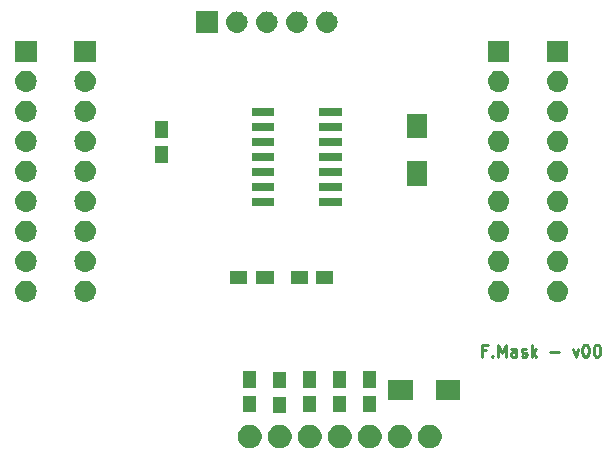
<source format=gbr>
G04 #@! TF.GenerationSoftware,KiCad,Pcbnew,(5.1.0)-1*
G04 #@! TF.CreationDate,2019-06-24T11:41:26+02:00*
G04 #@! TF.ProjectId,RF_433MHz_Receiver,52465f34-3333-44d4-987a-5f5265636569,00*
G04 #@! TF.SameCoordinates,Original*
G04 #@! TF.FileFunction,Soldermask,Top*
G04 #@! TF.FilePolarity,Negative*
%FSLAX46Y46*%
G04 Gerber Fmt 4.6, Leading zero omitted, Abs format (unit mm)*
G04 Created by KiCad (PCBNEW (5.1.0)-1) date 2019-06-24 11:41:26*
%MOMM*%
%LPD*%
G04 APERTURE LIST*
%ADD10C,0.250000*%
%ADD11C,0.100000*%
G04 APERTURE END LIST*
D10*
X93956142Y-80340571D02*
X93622809Y-80340571D01*
X93622809Y-80864380D02*
X93622809Y-79864380D01*
X94099000Y-79864380D01*
X94479952Y-80769142D02*
X94527571Y-80816761D01*
X94479952Y-80864380D01*
X94432333Y-80816761D01*
X94479952Y-80769142D01*
X94479952Y-80864380D01*
X94956142Y-80864380D02*
X94956142Y-79864380D01*
X95289476Y-80578666D01*
X95622809Y-79864380D01*
X95622809Y-80864380D01*
X96527571Y-80864380D02*
X96527571Y-80340571D01*
X96479952Y-80245333D01*
X96384714Y-80197714D01*
X96194238Y-80197714D01*
X96099000Y-80245333D01*
X96527571Y-80816761D02*
X96432333Y-80864380D01*
X96194238Y-80864380D01*
X96099000Y-80816761D01*
X96051380Y-80721523D01*
X96051380Y-80626285D01*
X96099000Y-80531047D01*
X96194238Y-80483428D01*
X96432333Y-80483428D01*
X96527571Y-80435809D01*
X96956142Y-80816761D02*
X97051380Y-80864380D01*
X97241857Y-80864380D01*
X97337095Y-80816761D01*
X97384714Y-80721523D01*
X97384714Y-80673904D01*
X97337095Y-80578666D01*
X97241857Y-80531047D01*
X97099000Y-80531047D01*
X97003761Y-80483428D01*
X96956142Y-80388190D01*
X96956142Y-80340571D01*
X97003761Y-80245333D01*
X97099000Y-80197714D01*
X97241857Y-80197714D01*
X97337095Y-80245333D01*
X97813285Y-80864380D02*
X97813285Y-79864380D01*
X97908523Y-80483428D02*
X98194238Y-80864380D01*
X98194238Y-80197714D02*
X97813285Y-80578666D01*
X99384714Y-80483428D02*
X100146619Y-80483428D01*
X101289476Y-80197714D02*
X101527571Y-80864380D01*
X101765666Y-80197714D01*
X102337095Y-79864380D02*
X102432333Y-79864380D01*
X102527571Y-79912000D01*
X102575190Y-79959619D01*
X102622809Y-80054857D01*
X102670428Y-80245333D01*
X102670428Y-80483428D01*
X102622809Y-80673904D01*
X102575190Y-80769142D01*
X102527571Y-80816761D01*
X102432333Y-80864380D01*
X102337095Y-80864380D01*
X102241857Y-80816761D01*
X102194238Y-80769142D01*
X102146619Y-80673904D01*
X102099000Y-80483428D01*
X102099000Y-80245333D01*
X102146619Y-80054857D01*
X102194238Y-79959619D01*
X102241857Y-79912000D01*
X102337095Y-79864380D01*
X103289476Y-79864380D02*
X103384714Y-79864380D01*
X103479952Y-79912000D01*
X103527571Y-79959619D01*
X103575190Y-80054857D01*
X103622809Y-80245333D01*
X103622809Y-80483428D01*
X103575190Y-80673904D01*
X103527571Y-80769142D01*
X103479952Y-80816761D01*
X103384714Y-80864380D01*
X103289476Y-80864380D01*
X103194238Y-80816761D01*
X103146619Y-80769142D01*
X103099000Y-80673904D01*
X103051380Y-80483428D01*
X103051380Y-80245333D01*
X103099000Y-80054857D01*
X103146619Y-79959619D01*
X103194238Y-79912000D01*
X103289476Y-79864380D01*
D11*
G36*
X89380285Y-86652234D02*
G01*
X89476981Y-86671468D01*
X89659151Y-86746926D01*
X89823100Y-86856473D01*
X89962527Y-86995900D01*
X90072074Y-87159849D01*
X90147532Y-87342019D01*
X90186000Y-87535410D01*
X90186000Y-87732590D01*
X90147532Y-87925981D01*
X90072074Y-88108151D01*
X89962527Y-88272100D01*
X89823100Y-88411527D01*
X89659151Y-88521074D01*
X89476981Y-88596532D01*
X89380285Y-88615766D01*
X89283591Y-88635000D01*
X89086409Y-88635000D01*
X88989715Y-88615766D01*
X88893019Y-88596532D01*
X88710849Y-88521074D01*
X88546900Y-88411527D01*
X88407473Y-88272100D01*
X88297926Y-88108151D01*
X88222468Y-87925981D01*
X88184000Y-87732590D01*
X88184000Y-87535410D01*
X88222468Y-87342019D01*
X88297926Y-87159849D01*
X88407473Y-86995900D01*
X88546900Y-86856473D01*
X88710849Y-86746926D01*
X88893019Y-86671468D01*
X88989715Y-86652234D01*
X89086409Y-86633000D01*
X89283591Y-86633000D01*
X89380285Y-86652234D01*
X89380285Y-86652234D01*
G37*
G36*
X86840285Y-86652234D02*
G01*
X86936981Y-86671468D01*
X87119151Y-86746926D01*
X87283100Y-86856473D01*
X87422527Y-86995900D01*
X87532074Y-87159849D01*
X87607532Y-87342019D01*
X87646000Y-87535410D01*
X87646000Y-87732590D01*
X87607532Y-87925981D01*
X87532074Y-88108151D01*
X87422527Y-88272100D01*
X87283100Y-88411527D01*
X87119151Y-88521074D01*
X86936981Y-88596532D01*
X86840285Y-88615766D01*
X86743591Y-88635000D01*
X86546409Y-88635000D01*
X86449715Y-88615766D01*
X86353019Y-88596532D01*
X86170849Y-88521074D01*
X86006900Y-88411527D01*
X85867473Y-88272100D01*
X85757926Y-88108151D01*
X85682468Y-87925981D01*
X85644000Y-87732590D01*
X85644000Y-87535410D01*
X85682468Y-87342019D01*
X85757926Y-87159849D01*
X85867473Y-86995900D01*
X86006900Y-86856473D01*
X86170849Y-86746926D01*
X86353019Y-86671468D01*
X86449715Y-86652234D01*
X86546409Y-86633000D01*
X86743591Y-86633000D01*
X86840285Y-86652234D01*
X86840285Y-86652234D01*
G37*
G36*
X84300285Y-86652234D02*
G01*
X84396981Y-86671468D01*
X84579151Y-86746926D01*
X84743100Y-86856473D01*
X84882527Y-86995900D01*
X84992074Y-87159849D01*
X85067532Y-87342019D01*
X85106000Y-87535410D01*
X85106000Y-87732590D01*
X85067532Y-87925981D01*
X84992074Y-88108151D01*
X84882527Y-88272100D01*
X84743100Y-88411527D01*
X84579151Y-88521074D01*
X84396981Y-88596532D01*
X84300285Y-88615766D01*
X84203591Y-88635000D01*
X84006409Y-88635000D01*
X83909715Y-88615766D01*
X83813019Y-88596532D01*
X83630849Y-88521074D01*
X83466900Y-88411527D01*
X83327473Y-88272100D01*
X83217926Y-88108151D01*
X83142468Y-87925981D01*
X83104000Y-87732590D01*
X83104000Y-87535410D01*
X83142468Y-87342019D01*
X83217926Y-87159849D01*
X83327473Y-86995900D01*
X83466900Y-86856473D01*
X83630849Y-86746926D01*
X83813019Y-86671468D01*
X83909715Y-86652234D01*
X84006409Y-86633000D01*
X84203591Y-86633000D01*
X84300285Y-86652234D01*
X84300285Y-86652234D01*
G37*
G36*
X81760285Y-86652234D02*
G01*
X81856981Y-86671468D01*
X82039151Y-86746926D01*
X82203100Y-86856473D01*
X82342527Y-86995900D01*
X82452074Y-87159849D01*
X82527532Y-87342019D01*
X82566000Y-87535410D01*
X82566000Y-87732590D01*
X82527532Y-87925981D01*
X82452074Y-88108151D01*
X82342527Y-88272100D01*
X82203100Y-88411527D01*
X82039151Y-88521074D01*
X81856981Y-88596532D01*
X81760285Y-88615766D01*
X81663591Y-88635000D01*
X81466409Y-88635000D01*
X81369715Y-88615766D01*
X81273019Y-88596532D01*
X81090849Y-88521074D01*
X80926900Y-88411527D01*
X80787473Y-88272100D01*
X80677926Y-88108151D01*
X80602468Y-87925981D01*
X80564000Y-87732590D01*
X80564000Y-87535410D01*
X80602468Y-87342019D01*
X80677926Y-87159849D01*
X80787473Y-86995900D01*
X80926900Y-86856473D01*
X81090849Y-86746926D01*
X81273019Y-86671468D01*
X81369715Y-86652234D01*
X81466409Y-86633000D01*
X81663591Y-86633000D01*
X81760285Y-86652234D01*
X81760285Y-86652234D01*
G37*
G36*
X76680285Y-86652234D02*
G01*
X76776981Y-86671468D01*
X76959151Y-86746926D01*
X77123100Y-86856473D01*
X77262527Y-86995900D01*
X77372074Y-87159849D01*
X77447532Y-87342019D01*
X77486000Y-87535410D01*
X77486000Y-87732590D01*
X77447532Y-87925981D01*
X77372074Y-88108151D01*
X77262527Y-88272100D01*
X77123100Y-88411527D01*
X76959151Y-88521074D01*
X76776981Y-88596532D01*
X76680285Y-88615766D01*
X76583591Y-88635000D01*
X76386409Y-88635000D01*
X76289715Y-88615766D01*
X76193019Y-88596532D01*
X76010849Y-88521074D01*
X75846900Y-88411527D01*
X75707473Y-88272100D01*
X75597926Y-88108151D01*
X75522468Y-87925981D01*
X75484000Y-87732590D01*
X75484000Y-87535410D01*
X75522468Y-87342019D01*
X75597926Y-87159849D01*
X75707473Y-86995900D01*
X75846900Y-86856473D01*
X76010849Y-86746926D01*
X76193019Y-86671468D01*
X76289715Y-86652234D01*
X76386409Y-86633000D01*
X76583591Y-86633000D01*
X76680285Y-86652234D01*
X76680285Y-86652234D01*
G37*
G36*
X79220285Y-86652234D02*
G01*
X79316981Y-86671468D01*
X79499151Y-86746926D01*
X79663100Y-86856473D01*
X79802527Y-86995900D01*
X79912074Y-87159849D01*
X79987532Y-87342019D01*
X80026000Y-87535410D01*
X80026000Y-87732590D01*
X79987532Y-87925981D01*
X79912074Y-88108151D01*
X79802527Y-88272100D01*
X79663100Y-88411527D01*
X79499151Y-88521074D01*
X79316981Y-88596532D01*
X79220285Y-88615766D01*
X79123591Y-88635000D01*
X78926409Y-88635000D01*
X78829715Y-88615766D01*
X78733019Y-88596532D01*
X78550849Y-88521074D01*
X78386900Y-88411527D01*
X78247473Y-88272100D01*
X78137926Y-88108151D01*
X78062468Y-87925981D01*
X78024000Y-87732590D01*
X78024000Y-87535410D01*
X78062468Y-87342019D01*
X78137926Y-87159849D01*
X78247473Y-86995900D01*
X78386900Y-86856473D01*
X78550849Y-86746926D01*
X78733019Y-86671468D01*
X78829715Y-86652234D01*
X78926409Y-86633000D01*
X79123591Y-86633000D01*
X79220285Y-86652234D01*
X79220285Y-86652234D01*
G37*
G36*
X74140285Y-86652234D02*
G01*
X74236981Y-86671468D01*
X74419151Y-86746926D01*
X74583100Y-86856473D01*
X74722527Y-86995900D01*
X74832074Y-87159849D01*
X74907532Y-87342019D01*
X74946000Y-87535410D01*
X74946000Y-87732590D01*
X74907532Y-87925981D01*
X74832074Y-88108151D01*
X74722527Y-88272100D01*
X74583100Y-88411527D01*
X74419151Y-88521074D01*
X74236981Y-88596532D01*
X74140285Y-88615766D01*
X74043591Y-88635000D01*
X73846409Y-88635000D01*
X73749715Y-88615766D01*
X73653019Y-88596532D01*
X73470849Y-88521074D01*
X73306900Y-88411527D01*
X73167473Y-88272100D01*
X73057926Y-88108151D01*
X72982468Y-87925981D01*
X72944000Y-87732590D01*
X72944000Y-87535410D01*
X72982468Y-87342019D01*
X73057926Y-87159849D01*
X73167473Y-86995900D01*
X73306900Y-86856473D01*
X73470849Y-86746926D01*
X73653019Y-86671468D01*
X73749715Y-86652234D01*
X73846409Y-86633000D01*
X74043591Y-86633000D01*
X74140285Y-86652234D01*
X74140285Y-86652234D01*
G37*
G36*
X77036000Y-85655000D02*
G01*
X75934000Y-85655000D01*
X75934000Y-84253000D01*
X77036000Y-84253000D01*
X77036000Y-85655000D01*
X77036000Y-85655000D01*
G37*
G36*
X79576000Y-85575000D02*
G01*
X78474000Y-85575000D01*
X78474000Y-84173000D01*
X79576000Y-84173000D01*
X79576000Y-85575000D01*
X79576000Y-85575000D01*
G37*
G36*
X84656000Y-85575000D02*
G01*
X83554000Y-85575000D01*
X83554000Y-84173000D01*
X84656000Y-84173000D01*
X84656000Y-85575000D01*
X84656000Y-85575000D01*
G37*
G36*
X82116000Y-85575000D02*
G01*
X81014000Y-85575000D01*
X81014000Y-84173000D01*
X82116000Y-84173000D01*
X82116000Y-85575000D01*
X82116000Y-85575000D01*
G37*
G36*
X74496000Y-85575000D02*
G01*
X73394000Y-85575000D01*
X73394000Y-84173000D01*
X74496000Y-84173000D01*
X74496000Y-85575000D01*
X74496000Y-85575000D01*
G37*
G36*
X91786000Y-84506000D02*
G01*
X89684000Y-84506000D01*
X89684000Y-82804000D01*
X91786000Y-82804000D01*
X91786000Y-84506000D01*
X91786000Y-84506000D01*
G37*
G36*
X87786000Y-84506000D02*
G01*
X85684000Y-84506000D01*
X85684000Y-82804000D01*
X87786000Y-82804000D01*
X87786000Y-84506000D01*
X87786000Y-84506000D01*
G37*
G36*
X77036000Y-83555000D02*
G01*
X75934000Y-83555000D01*
X75934000Y-82153000D01*
X77036000Y-82153000D01*
X77036000Y-83555000D01*
X77036000Y-83555000D01*
G37*
G36*
X74496000Y-83475000D02*
G01*
X73394000Y-83475000D01*
X73394000Y-82073000D01*
X74496000Y-82073000D01*
X74496000Y-83475000D01*
X74496000Y-83475000D01*
G37*
G36*
X79576000Y-83475000D02*
G01*
X78474000Y-83475000D01*
X78474000Y-82073000D01*
X79576000Y-82073000D01*
X79576000Y-83475000D01*
X79576000Y-83475000D01*
G37*
G36*
X82116000Y-83475000D02*
G01*
X81014000Y-83475000D01*
X81014000Y-82073000D01*
X82116000Y-82073000D01*
X82116000Y-83475000D01*
X82116000Y-83475000D01*
G37*
G36*
X84656000Y-83475000D02*
G01*
X83554000Y-83475000D01*
X83554000Y-82073000D01*
X84656000Y-82073000D01*
X84656000Y-83475000D01*
X84656000Y-83475000D01*
G37*
G36*
X100110442Y-74425518D02*
G01*
X100176627Y-74432037D01*
X100346466Y-74483557D01*
X100502991Y-74567222D01*
X100538729Y-74596552D01*
X100640186Y-74679814D01*
X100723448Y-74781271D01*
X100752778Y-74817009D01*
X100836443Y-74973534D01*
X100887963Y-75143373D01*
X100905359Y-75320000D01*
X100887963Y-75496627D01*
X100836443Y-75666466D01*
X100752778Y-75822991D01*
X100723448Y-75858729D01*
X100640186Y-75960186D01*
X100538729Y-76043448D01*
X100502991Y-76072778D01*
X100346466Y-76156443D01*
X100176627Y-76207963D01*
X100110442Y-76214482D01*
X100044260Y-76221000D01*
X99955740Y-76221000D01*
X99889558Y-76214482D01*
X99823373Y-76207963D01*
X99653534Y-76156443D01*
X99497009Y-76072778D01*
X99461271Y-76043448D01*
X99359814Y-75960186D01*
X99276552Y-75858729D01*
X99247222Y-75822991D01*
X99163557Y-75666466D01*
X99112037Y-75496627D01*
X99094641Y-75320000D01*
X99112037Y-75143373D01*
X99163557Y-74973534D01*
X99247222Y-74817009D01*
X99276552Y-74781271D01*
X99359814Y-74679814D01*
X99461271Y-74596552D01*
X99497009Y-74567222D01*
X99653534Y-74483557D01*
X99823373Y-74432037D01*
X99889558Y-74425518D01*
X99955740Y-74419000D01*
X100044260Y-74419000D01*
X100110442Y-74425518D01*
X100110442Y-74425518D01*
G37*
G36*
X95110442Y-74425518D02*
G01*
X95176627Y-74432037D01*
X95346466Y-74483557D01*
X95502991Y-74567222D01*
X95538729Y-74596552D01*
X95640186Y-74679814D01*
X95723448Y-74781271D01*
X95752778Y-74817009D01*
X95836443Y-74973534D01*
X95887963Y-75143373D01*
X95905359Y-75320000D01*
X95887963Y-75496627D01*
X95836443Y-75666466D01*
X95752778Y-75822991D01*
X95723448Y-75858729D01*
X95640186Y-75960186D01*
X95538729Y-76043448D01*
X95502991Y-76072778D01*
X95346466Y-76156443D01*
X95176627Y-76207963D01*
X95110442Y-76214482D01*
X95044260Y-76221000D01*
X94955740Y-76221000D01*
X94889558Y-76214482D01*
X94823373Y-76207963D01*
X94653534Y-76156443D01*
X94497009Y-76072778D01*
X94461271Y-76043448D01*
X94359814Y-75960186D01*
X94276552Y-75858729D01*
X94247222Y-75822991D01*
X94163557Y-75666466D01*
X94112037Y-75496627D01*
X94094641Y-75320000D01*
X94112037Y-75143373D01*
X94163557Y-74973534D01*
X94247222Y-74817009D01*
X94276552Y-74781271D01*
X94359814Y-74679814D01*
X94461271Y-74596552D01*
X94497009Y-74567222D01*
X94653534Y-74483557D01*
X94823373Y-74432037D01*
X94889558Y-74425518D01*
X94955740Y-74419000D01*
X95044260Y-74419000D01*
X95110442Y-74425518D01*
X95110442Y-74425518D01*
G37*
G36*
X60110442Y-74425518D02*
G01*
X60176627Y-74432037D01*
X60346466Y-74483557D01*
X60502991Y-74567222D01*
X60538729Y-74596552D01*
X60640186Y-74679814D01*
X60723448Y-74781271D01*
X60752778Y-74817009D01*
X60836443Y-74973534D01*
X60887963Y-75143373D01*
X60905359Y-75320000D01*
X60887963Y-75496627D01*
X60836443Y-75666466D01*
X60752778Y-75822991D01*
X60723448Y-75858729D01*
X60640186Y-75960186D01*
X60538729Y-76043448D01*
X60502991Y-76072778D01*
X60346466Y-76156443D01*
X60176627Y-76207963D01*
X60110442Y-76214482D01*
X60044260Y-76221000D01*
X59955740Y-76221000D01*
X59889558Y-76214482D01*
X59823373Y-76207963D01*
X59653534Y-76156443D01*
X59497009Y-76072778D01*
X59461271Y-76043448D01*
X59359814Y-75960186D01*
X59276552Y-75858729D01*
X59247222Y-75822991D01*
X59163557Y-75666466D01*
X59112037Y-75496627D01*
X59094641Y-75320000D01*
X59112037Y-75143373D01*
X59163557Y-74973534D01*
X59247222Y-74817009D01*
X59276552Y-74781271D01*
X59359814Y-74679814D01*
X59461271Y-74596552D01*
X59497009Y-74567222D01*
X59653534Y-74483557D01*
X59823373Y-74432037D01*
X59889558Y-74425518D01*
X59955740Y-74419000D01*
X60044260Y-74419000D01*
X60110442Y-74425518D01*
X60110442Y-74425518D01*
G37*
G36*
X55110442Y-74425518D02*
G01*
X55176627Y-74432037D01*
X55346466Y-74483557D01*
X55502991Y-74567222D01*
X55538729Y-74596552D01*
X55640186Y-74679814D01*
X55723448Y-74781271D01*
X55752778Y-74817009D01*
X55836443Y-74973534D01*
X55887963Y-75143373D01*
X55905359Y-75320000D01*
X55887963Y-75496627D01*
X55836443Y-75666466D01*
X55752778Y-75822991D01*
X55723448Y-75858729D01*
X55640186Y-75960186D01*
X55538729Y-76043448D01*
X55502991Y-76072778D01*
X55346466Y-76156443D01*
X55176627Y-76207963D01*
X55110442Y-76214482D01*
X55044260Y-76221000D01*
X54955740Y-76221000D01*
X54889558Y-76214482D01*
X54823373Y-76207963D01*
X54653534Y-76156443D01*
X54497009Y-76072778D01*
X54461271Y-76043448D01*
X54359814Y-75960186D01*
X54276552Y-75858729D01*
X54247222Y-75822991D01*
X54163557Y-75666466D01*
X54112037Y-75496627D01*
X54094641Y-75320000D01*
X54112037Y-75143373D01*
X54163557Y-74973534D01*
X54247222Y-74817009D01*
X54276552Y-74781271D01*
X54359814Y-74679814D01*
X54461271Y-74596552D01*
X54497009Y-74567222D01*
X54653534Y-74483557D01*
X54823373Y-74432037D01*
X54889558Y-74425518D01*
X54955740Y-74419000D01*
X55044260Y-74419000D01*
X55110442Y-74425518D01*
X55110442Y-74425518D01*
G37*
G36*
X80961000Y-74681000D02*
G01*
X79559000Y-74681000D01*
X79559000Y-73579000D01*
X80961000Y-73579000D01*
X80961000Y-74681000D01*
X80961000Y-74681000D01*
G37*
G36*
X78861000Y-74681000D02*
G01*
X77459000Y-74681000D01*
X77459000Y-73579000D01*
X78861000Y-73579000D01*
X78861000Y-74681000D01*
X78861000Y-74681000D01*
G37*
G36*
X76006000Y-74681000D02*
G01*
X74504000Y-74681000D01*
X74504000Y-73579000D01*
X76006000Y-73579000D01*
X76006000Y-74681000D01*
X76006000Y-74681000D01*
G37*
G36*
X73756000Y-74681000D02*
G01*
X72254000Y-74681000D01*
X72254000Y-73579000D01*
X73756000Y-73579000D01*
X73756000Y-74681000D01*
X73756000Y-74681000D01*
G37*
G36*
X55110443Y-71885519D02*
G01*
X55176627Y-71892037D01*
X55346466Y-71943557D01*
X55502991Y-72027222D01*
X55538729Y-72056552D01*
X55640186Y-72139814D01*
X55723448Y-72241271D01*
X55752778Y-72277009D01*
X55836443Y-72433534D01*
X55887963Y-72603373D01*
X55905359Y-72780000D01*
X55887963Y-72956627D01*
X55836443Y-73126466D01*
X55752778Y-73282991D01*
X55723448Y-73318729D01*
X55640186Y-73420186D01*
X55538729Y-73503448D01*
X55502991Y-73532778D01*
X55346466Y-73616443D01*
X55176627Y-73667963D01*
X55110443Y-73674481D01*
X55044260Y-73681000D01*
X54955740Y-73681000D01*
X54889557Y-73674481D01*
X54823373Y-73667963D01*
X54653534Y-73616443D01*
X54497009Y-73532778D01*
X54461271Y-73503448D01*
X54359814Y-73420186D01*
X54276552Y-73318729D01*
X54247222Y-73282991D01*
X54163557Y-73126466D01*
X54112037Y-72956627D01*
X54094641Y-72780000D01*
X54112037Y-72603373D01*
X54163557Y-72433534D01*
X54247222Y-72277009D01*
X54276552Y-72241271D01*
X54359814Y-72139814D01*
X54461271Y-72056552D01*
X54497009Y-72027222D01*
X54653534Y-71943557D01*
X54823373Y-71892037D01*
X54889557Y-71885519D01*
X54955740Y-71879000D01*
X55044260Y-71879000D01*
X55110443Y-71885519D01*
X55110443Y-71885519D01*
G37*
G36*
X95110443Y-71885519D02*
G01*
X95176627Y-71892037D01*
X95346466Y-71943557D01*
X95502991Y-72027222D01*
X95538729Y-72056552D01*
X95640186Y-72139814D01*
X95723448Y-72241271D01*
X95752778Y-72277009D01*
X95836443Y-72433534D01*
X95887963Y-72603373D01*
X95905359Y-72780000D01*
X95887963Y-72956627D01*
X95836443Y-73126466D01*
X95752778Y-73282991D01*
X95723448Y-73318729D01*
X95640186Y-73420186D01*
X95538729Y-73503448D01*
X95502991Y-73532778D01*
X95346466Y-73616443D01*
X95176627Y-73667963D01*
X95110443Y-73674481D01*
X95044260Y-73681000D01*
X94955740Y-73681000D01*
X94889557Y-73674481D01*
X94823373Y-73667963D01*
X94653534Y-73616443D01*
X94497009Y-73532778D01*
X94461271Y-73503448D01*
X94359814Y-73420186D01*
X94276552Y-73318729D01*
X94247222Y-73282991D01*
X94163557Y-73126466D01*
X94112037Y-72956627D01*
X94094641Y-72780000D01*
X94112037Y-72603373D01*
X94163557Y-72433534D01*
X94247222Y-72277009D01*
X94276552Y-72241271D01*
X94359814Y-72139814D01*
X94461271Y-72056552D01*
X94497009Y-72027222D01*
X94653534Y-71943557D01*
X94823373Y-71892037D01*
X94889557Y-71885519D01*
X94955740Y-71879000D01*
X95044260Y-71879000D01*
X95110443Y-71885519D01*
X95110443Y-71885519D01*
G37*
G36*
X60110443Y-71885519D02*
G01*
X60176627Y-71892037D01*
X60346466Y-71943557D01*
X60502991Y-72027222D01*
X60538729Y-72056552D01*
X60640186Y-72139814D01*
X60723448Y-72241271D01*
X60752778Y-72277009D01*
X60836443Y-72433534D01*
X60887963Y-72603373D01*
X60905359Y-72780000D01*
X60887963Y-72956627D01*
X60836443Y-73126466D01*
X60752778Y-73282991D01*
X60723448Y-73318729D01*
X60640186Y-73420186D01*
X60538729Y-73503448D01*
X60502991Y-73532778D01*
X60346466Y-73616443D01*
X60176627Y-73667963D01*
X60110443Y-73674481D01*
X60044260Y-73681000D01*
X59955740Y-73681000D01*
X59889557Y-73674481D01*
X59823373Y-73667963D01*
X59653534Y-73616443D01*
X59497009Y-73532778D01*
X59461271Y-73503448D01*
X59359814Y-73420186D01*
X59276552Y-73318729D01*
X59247222Y-73282991D01*
X59163557Y-73126466D01*
X59112037Y-72956627D01*
X59094641Y-72780000D01*
X59112037Y-72603373D01*
X59163557Y-72433534D01*
X59247222Y-72277009D01*
X59276552Y-72241271D01*
X59359814Y-72139814D01*
X59461271Y-72056552D01*
X59497009Y-72027222D01*
X59653534Y-71943557D01*
X59823373Y-71892037D01*
X59889557Y-71885519D01*
X59955740Y-71879000D01*
X60044260Y-71879000D01*
X60110443Y-71885519D01*
X60110443Y-71885519D01*
G37*
G36*
X100110443Y-71885519D02*
G01*
X100176627Y-71892037D01*
X100346466Y-71943557D01*
X100502991Y-72027222D01*
X100538729Y-72056552D01*
X100640186Y-72139814D01*
X100723448Y-72241271D01*
X100752778Y-72277009D01*
X100836443Y-72433534D01*
X100887963Y-72603373D01*
X100905359Y-72780000D01*
X100887963Y-72956627D01*
X100836443Y-73126466D01*
X100752778Y-73282991D01*
X100723448Y-73318729D01*
X100640186Y-73420186D01*
X100538729Y-73503448D01*
X100502991Y-73532778D01*
X100346466Y-73616443D01*
X100176627Y-73667963D01*
X100110443Y-73674481D01*
X100044260Y-73681000D01*
X99955740Y-73681000D01*
X99889557Y-73674481D01*
X99823373Y-73667963D01*
X99653534Y-73616443D01*
X99497009Y-73532778D01*
X99461271Y-73503448D01*
X99359814Y-73420186D01*
X99276552Y-73318729D01*
X99247222Y-73282991D01*
X99163557Y-73126466D01*
X99112037Y-72956627D01*
X99094641Y-72780000D01*
X99112037Y-72603373D01*
X99163557Y-72433534D01*
X99247222Y-72277009D01*
X99276552Y-72241271D01*
X99359814Y-72139814D01*
X99461271Y-72056552D01*
X99497009Y-72027222D01*
X99653534Y-71943557D01*
X99823373Y-71892037D01*
X99889557Y-71885519D01*
X99955740Y-71879000D01*
X100044260Y-71879000D01*
X100110443Y-71885519D01*
X100110443Y-71885519D01*
G37*
G36*
X60110443Y-69345519D02*
G01*
X60176627Y-69352037D01*
X60346466Y-69403557D01*
X60502991Y-69487222D01*
X60538729Y-69516552D01*
X60640186Y-69599814D01*
X60723448Y-69701271D01*
X60752778Y-69737009D01*
X60836443Y-69893534D01*
X60887963Y-70063373D01*
X60905359Y-70240000D01*
X60887963Y-70416627D01*
X60836443Y-70586466D01*
X60752778Y-70742991D01*
X60723448Y-70778729D01*
X60640186Y-70880186D01*
X60538729Y-70963448D01*
X60502991Y-70992778D01*
X60346466Y-71076443D01*
X60176627Y-71127963D01*
X60110442Y-71134482D01*
X60044260Y-71141000D01*
X59955740Y-71141000D01*
X59889558Y-71134482D01*
X59823373Y-71127963D01*
X59653534Y-71076443D01*
X59497009Y-70992778D01*
X59461271Y-70963448D01*
X59359814Y-70880186D01*
X59276552Y-70778729D01*
X59247222Y-70742991D01*
X59163557Y-70586466D01*
X59112037Y-70416627D01*
X59094641Y-70240000D01*
X59112037Y-70063373D01*
X59163557Y-69893534D01*
X59247222Y-69737009D01*
X59276552Y-69701271D01*
X59359814Y-69599814D01*
X59461271Y-69516552D01*
X59497009Y-69487222D01*
X59653534Y-69403557D01*
X59823373Y-69352037D01*
X59889557Y-69345519D01*
X59955740Y-69339000D01*
X60044260Y-69339000D01*
X60110443Y-69345519D01*
X60110443Y-69345519D01*
G37*
G36*
X95110443Y-69345519D02*
G01*
X95176627Y-69352037D01*
X95346466Y-69403557D01*
X95502991Y-69487222D01*
X95538729Y-69516552D01*
X95640186Y-69599814D01*
X95723448Y-69701271D01*
X95752778Y-69737009D01*
X95836443Y-69893534D01*
X95887963Y-70063373D01*
X95905359Y-70240000D01*
X95887963Y-70416627D01*
X95836443Y-70586466D01*
X95752778Y-70742991D01*
X95723448Y-70778729D01*
X95640186Y-70880186D01*
X95538729Y-70963448D01*
X95502991Y-70992778D01*
X95346466Y-71076443D01*
X95176627Y-71127963D01*
X95110442Y-71134482D01*
X95044260Y-71141000D01*
X94955740Y-71141000D01*
X94889558Y-71134482D01*
X94823373Y-71127963D01*
X94653534Y-71076443D01*
X94497009Y-70992778D01*
X94461271Y-70963448D01*
X94359814Y-70880186D01*
X94276552Y-70778729D01*
X94247222Y-70742991D01*
X94163557Y-70586466D01*
X94112037Y-70416627D01*
X94094641Y-70240000D01*
X94112037Y-70063373D01*
X94163557Y-69893534D01*
X94247222Y-69737009D01*
X94276552Y-69701271D01*
X94359814Y-69599814D01*
X94461271Y-69516552D01*
X94497009Y-69487222D01*
X94653534Y-69403557D01*
X94823373Y-69352037D01*
X94889557Y-69345519D01*
X94955740Y-69339000D01*
X95044260Y-69339000D01*
X95110443Y-69345519D01*
X95110443Y-69345519D01*
G37*
G36*
X55110443Y-69345519D02*
G01*
X55176627Y-69352037D01*
X55346466Y-69403557D01*
X55502991Y-69487222D01*
X55538729Y-69516552D01*
X55640186Y-69599814D01*
X55723448Y-69701271D01*
X55752778Y-69737009D01*
X55836443Y-69893534D01*
X55887963Y-70063373D01*
X55905359Y-70240000D01*
X55887963Y-70416627D01*
X55836443Y-70586466D01*
X55752778Y-70742991D01*
X55723448Y-70778729D01*
X55640186Y-70880186D01*
X55538729Y-70963448D01*
X55502991Y-70992778D01*
X55346466Y-71076443D01*
X55176627Y-71127963D01*
X55110442Y-71134482D01*
X55044260Y-71141000D01*
X54955740Y-71141000D01*
X54889558Y-71134482D01*
X54823373Y-71127963D01*
X54653534Y-71076443D01*
X54497009Y-70992778D01*
X54461271Y-70963448D01*
X54359814Y-70880186D01*
X54276552Y-70778729D01*
X54247222Y-70742991D01*
X54163557Y-70586466D01*
X54112037Y-70416627D01*
X54094641Y-70240000D01*
X54112037Y-70063373D01*
X54163557Y-69893534D01*
X54247222Y-69737009D01*
X54276552Y-69701271D01*
X54359814Y-69599814D01*
X54461271Y-69516552D01*
X54497009Y-69487222D01*
X54653534Y-69403557D01*
X54823373Y-69352037D01*
X54889557Y-69345519D01*
X54955740Y-69339000D01*
X55044260Y-69339000D01*
X55110443Y-69345519D01*
X55110443Y-69345519D01*
G37*
G36*
X100110443Y-69345519D02*
G01*
X100176627Y-69352037D01*
X100346466Y-69403557D01*
X100502991Y-69487222D01*
X100538729Y-69516552D01*
X100640186Y-69599814D01*
X100723448Y-69701271D01*
X100752778Y-69737009D01*
X100836443Y-69893534D01*
X100887963Y-70063373D01*
X100905359Y-70240000D01*
X100887963Y-70416627D01*
X100836443Y-70586466D01*
X100752778Y-70742991D01*
X100723448Y-70778729D01*
X100640186Y-70880186D01*
X100538729Y-70963448D01*
X100502991Y-70992778D01*
X100346466Y-71076443D01*
X100176627Y-71127963D01*
X100110442Y-71134482D01*
X100044260Y-71141000D01*
X99955740Y-71141000D01*
X99889558Y-71134482D01*
X99823373Y-71127963D01*
X99653534Y-71076443D01*
X99497009Y-70992778D01*
X99461271Y-70963448D01*
X99359814Y-70880186D01*
X99276552Y-70778729D01*
X99247222Y-70742991D01*
X99163557Y-70586466D01*
X99112037Y-70416627D01*
X99094641Y-70240000D01*
X99112037Y-70063373D01*
X99163557Y-69893534D01*
X99247222Y-69737009D01*
X99276552Y-69701271D01*
X99359814Y-69599814D01*
X99461271Y-69516552D01*
X99497009Y-69487222D01*
X99653534Y-69403557D01*
X99823373Y-69352037D01*
X99889557Y-69345519D01*
X99955740Y-69339000D01*
X100044260Y-69339000D01*
X100110443Y-69345519D01*
X100110443Y-69345519D01*
G37*
G36*
X100110443Y-66805519D02*
G01*
X100176627Y-66812037D01*
X100346466Y-66863557D01*
X100502991Y-66947222D01*
X100538729Y-66976552D01*
X100640186Y-67059814D01*
X100723448Y-67161271D01*
X100752778Y-67197009D01*
X100836443Y-67353534D01*
X100887963Y-67523373D01*
X100905359Y-67700000D01*
X100887963Y-67876627D01*
X100836443Y-68046466D01*
X100752778Y-68202991D01*
X100723448Y-68238729D01*
X100640186Y-68340186D01*
X100538729Y-68423448D01*
X100502991Y-68452778D01*
X100346466Y-68536443D01*
X100176627Y-68587963D01*
X100110443Y-68594481D01*
X100044260Y-68601000D01*
X99955740Y-68601000D01*
X99889557Y-68594481D01*
X99823373Y-68587963D01*
X99653534Y-68536443D01*
X99497009Y-68452778D01*
X99461271Y-68423448D01*
X99359814Y-68340186D01*
X99276552Y-68238729D01*
X99247222Y-68202991D01*
X99163557Y-68046466D01*
X99112037Y-67876627D01*
X99094641Y-67700000D01*
X99112037Y-67523373D01*
X99163557Y-67353534D01*
X99247222Y-67197009D01*
X99276552Y-67161271D01*
X99359814Y-67059814D01*
X99461271Y-66976552D01*
X99497009Y-66947222D01*
X99653534Y-66863557D01*
X99823373Y-66812037D01*
X99889557Y-66805519D01*
X99955740Y-66799000D01*
X100044260Y-66799000D01*
X100110443Y-66805519D01*
X100110443Y-66805519D01*
G37*
G36*
X95110443Y-66805519D02*
G01*
X95176627Y-66812037D01*
X95346466Y-66863557D01*
X95502991Y-66947222D01*
X95538729Y-66976552D01*
X95640186Y-67059814D01*
X95723448Y-67161271D01*
X95752778Y-67197009D01*
X95836443Y-67353534D01*
X95887963Y-67523373D01*
X95905359Y-67700000D01*
X95887963Y-67876627D01*
X95836443Y-68046466D01*
X95752778Y-68202991D01*
X95723448Y-68238729D01*
X95640186Y-68340186D01*
X95538729Y-68423448D01*
X95502991Y-68452778D01*
X95346466Y-68536443D01*
X95176627Y-68587963D01*
X95110443Y-68594481D01*
X95044260Y-68601000D01*
X94955740Y-68601000D01*
X94889557Y-68594481D01*
X94823373Y-68587963D01*
X94653534Y-68536443D01*
X94497009Y-68452778D01*
X94461271Y-68423448D01*
X94359814Y-68340186D01*
X94276552Y-68238729D01*
X94247222Y-68202991D01*
X94163557Y-68046466D01*
X94112037Y-67876627D01*
X94094641Y-67700000D01*
X94112037Y-67523373D01*
X94163557Y-67353534D01*
X94247222Y-67197009D01*
X94276552Y-67161271D01*
X94359814Y-67059814D01*
X94461271Y-66976552D01*
X94497009Y-66947222D01*
X94653534Y-66863557D01*
X94823373Y-66812037D01*
X94889557Y-66805519D01*
X94955740Y-66799000D01*
X95044260Y-66799000D01*
X95110443Y-66805519D01*
X95110443Y-66805519D01*
G37*
G36*
X55110443Y-66805519D02*
G01*
X55176627Y-66812037D01*
X55346466Y-66863557D01*
X55502991Y-66947222D01*
X55538729Y-66976552D01*
X55640186Y-67059814D01*
X55723448Y-67161271D01*
X55752778Y-67197009D01*
X55836443Y-67353534D01*
X55887963Y-67523373D01*
X55905359Y-67700000D01*
X55887963Y-67876627D01*
X55836443Y-68046466D01*
X55752778Y-68202991D01*
X55723448Y-68238729D01*
X55640186Y-68340186D01*
X55538729Y-68423448D01*
X55502991Y-68452778D01*
X55346466Y-68536443D01*
X55176627Y-68587963D01*
X55110443Y-68594481D01*
X55044260Y-68601000D01*
X54955740Y-68601000D01*
X54889557Y-68594481D01*
X54823373Y-68587963D01*
X54653534Y-68536443D01*
X54497009Y-68452778D01*
X54461271Y-68423448D01*
X54359814Y-68340186D01*
X54276552Y-68238729D01*
X54247222Y-68202991D01*
X54163557Y-68046466D01*
X54112037Y-67876627D01*
X54094641Y-67700000D01*
X54112037Y-67523373D01*
X54163557Y-67353534D01*
X54247222Y-67197009D01*
X54276552Y-67161271D01*
X54359814Y-67059814D01*
X54461271Y-66976552D01*
X54497009Y-66947222D01*
X54653534Y-66863557D01*
X54823373Y-66812037D01*
X54889557Y-66805519D01*
X54955740Y-66799000D01*
X55044260Y-66799000D01*
X55110443Y-66805519D01*
X55110443Y-66805519D01*
G37*
G36*
X60110443Y-66805519D02*
G01*
X60176627Y-66812037D01*
X60346466Y-66863557D01*
X60502991Y-66947222D01*
X60538729Y-66976552D01*
X60640186Y-67059814D01*
X60723448Y-67161271D01*
X60752778Y-67197009D01*
X60836443Y-67353534D01*
X60887963Y-67523373D01*
X60905359Y-67700000D01*
X60887963Y-67876627D01*
X60836443Y-68046466D01*
X60752778Y-68202991D01*
X60723448Y-68238729D01*
X60640186Y-68340186D01*
X60538729Y-68423448D01*
X60502991Y-68452778D01*
X60346466Y-68536443D01*
X60176627Y-68587963D01*
X60110443Y-68594481D01*
X60044260Y-68601000D01*
X59955740Y-68601000D01*
X59889557Y-68594481D01*
X59823373Y-68587963D01*
X59653534Y-68536443D01*
X59497009Y-68452778D01*
X59461271Y-68423448D01*
X59359814Y-68340186D01*
X59276552Y-68238729D01*
X59247222Y-68202991D01*
X59163557Y-68046466D01*
X59112037Y-67876627D01*
X59094641Y-67700000D01*
X59112037Y-67523373D01*
X59163557Y-67353534D01*
X59247222Y-67197009D01*
X59276552Y-67161271D01*
X59359814Y-67059814D01*
X59461271Y-66976552D01*
X59497009Y-66947222D01*
X59653534Y-66863557D01*
X59823373Y-66812037D01*
X59889557Y-66805519D01*
X59955740Y-66799000D01*
X60044260Y-66799000D01*
X60110443Y-66805519D01*
X60110443Y-66805519D01*
G37*
G36*
X81741000Y-68131000D02*
G01*
X79839000Y-68131000D01*
X79839000Y-67429000D01*
X81741000Y-67429000D01*
X81741000Y-68131000D01*
X81741000Y-68131000D01*
G37*
G36*
X76041000Y-68131000D02*
G01*
X74139000Y-68131000D01*
X74139000Y-67429000D01*
X76041000Y-67429000D01*
X76041000Y-68131000D01*
X76041000Y-68131000D01*
G37*
G36*
X76041000Y-66861000D02*
G01*
X74139000Y-66861000D01*
X74139000Y-66159000D01*
X76041000Y-66159000D01*
X76041000Y-66861000D01*
X76041000Y-66861000D01*
G37*
G36*
X81741000Y-66861000D02*
G01*
X79839000Y-66861000D01*
X79839000Y-66159000D01*
X81741000Y-66159000D01*
X81741000Y-66861000D01*
X81741000Y-66861000D01*
G37*
G36*
X88951000Y-66386000D02*
G01*
X87249000Y-66386000D01*
X87249000Y-64284000D01*
X88951000Y-64284000D01*
X88951000Y-66386000D01*
X88951000Y-66386000D01*
G37*
G36*
X60110442Y-64265518D02*
G01*
X60176627Y-64272037D01*
X60346466Y-64323557D01*
X60502991Y-64407222D01*
X60538729Y-64436552D01*
X60640186Y-64519814D01*
X60723448Y-64621271D01*
X60752778Y-64657009D01*
X60836443Y-64813534D01*
X60887963Y-64983373D01*
X60905359Y-65160000D01*
X60887963Y-65336627D01*
X60836443Y-65506466D01*
X60752778Y-65662991D01*
X60723448Y-65698729D01*
X60640186Y-65800186D01*
X60538729Y-65883448D01*
X60502991Y-65912778D01*
X60346466Y-65996443D01*
X60176627Y-66047963D01*
X60110442Y-66054482D01*
X60044260Y-66061000D01*
X59955740Y-66061000D01*
X59889558Y-66054482D01*
X59823373Y-66047963D01*
X59653534Y-65996443D01*
X59497009Y-65912778D01*
X59461271Y-65883448D01*
X59359814Y-65800186D01*
X59276552Y-65698729D01*
X59247222Y-65662991D01*
X59163557Y-65506466D01*
X59112037Y-65336627D01*
X59094641Y-65160000D01*
X59112037Y-64983373D01*
X59163557Y-64813534D01*
X59247222Y-64657009D01*
X59276552Y-64621271D01*
X59359814Y-64519814D01*
X59461271Y-64436552D01*
X59497009Y-64407222D01*
X59653534Y-64323557D01*
X59823373Y-64272037D01*
X59889558Y-64265518D01*
X59955740Y-64259000D01*
X60044260Y-64259000D01*
X60110442Y-64265518D01*
X60110442Y-64265518D01*
G37*
G36*
X55110442Y-64265518D02*
G01*
X55176627Y-64272037D01*
X55346466Y-64323557D01*
X55502991Y-64407222D01*
X55538729Y-64436552D01*
X55640186Y-64519814D01*
X55723448Y-64621271D01*
X55752778Y-64657009D01*
X55836443Y-64813534D01*
X55887963Y-64983373D01*
X55905359Y-65160000D01*
X55887963Y-65336627D01*
X55836443Y-65506466D01*
X55752778Y-65662991D01*
X55723448Y-65698729D01*
X55640186Y-65800186D01*
X55538729Y-65883448D01*
X55502991Y-65912778D01*
X55346466Y-65996443D01*
X55176627Y-66047963D01*
X55110442Y-66054482D01*
X55044260Y-66061000D01*
X54955740Y-66061000D01*
X54889558Y-66054482D01*
X54823373Y-66047963D01*
X54653534Y-65996443D01*
X54497009Y-65912778D01*
X54461271Y-65883448D01*
X54359814Y-65800186D01*
X54276552Y-65698729D01*
X54247222Y-65662991D01*
X54163557Y-65506466D01*
X54112037Y-65336627D01*
X54094641Y-65160000D01*
X54112037Y-64983373D01*
X54163557Y-64813534D01*
X54247222Y-64657009D01*
X54276552Y-64621271D01*
X54359814Y-64519814D01*
X54461271Y-64436552D01*
X54497009Y-64407222D01*
X54653534Y-64323557D01*
X54823373Y-64272037D01*
X54889558Y-64265518D01*
X54955740Y-64259000D01*
X55044260Y-64259000D01*
X55110442Y-64265518D01*
X55110442Y-64265518D01*
G37*
G36*
X95110442Y-64265518D02*
G01*
X95176627Y-64272037D01*
X95346466Y-64323557D01*
X95502991Y-64407222D01*
X95538729Y-64436552D01*
X95640186Y-64519814D01*
X95723448Y-64621271D01*
X95752778Y-64657009D01*
X95836443Y-64813534D01*
X95887963Y-64983373D01*
X95905359Y-65160000D01*
X95887963Y-65336627D01*
X95836443Y-65506466D01*
X95752778Y-65662991D01*
X95723448Y-65698729D01*
X95640186Y-65800186D01*
X95538729Y-65883448D01*
X95502991Y-65912778D01*
X95346466Y-65996443D01*
X95176627Y-66047963D01*
X95110442Y-66054482D01*
X95044260Y-66061000D01*
X94955740Y-66061000D01*
X94889558Y-66054482D01*
X94823373Y-66047963D01*
X94653534Y-65996443D01*
X94497009Y-65912778D01*
X94461271Y-65883448D01*
X94359814Y-65800186D01*
X94276552Y-65698729D01*
X94247222Y-65662991D01*
X94163557Y-65506466D01*
X94112037Y-65336627D01*
X94094641Y-65160000D01*
X94112037Y-64983373D01*
X94163557Y-64813534D01*
X94247222Y-64657009D01*
X94276552Y-64621271D01*
X94359814Y-64519814D01*
X94461271Y-64436552D01*
X94497009Y-64407222D01*
X94653534Y-64323557D01*
X94823373Y-64272037D01*
X94889558Y-64265518D01*
X94955740Y-64259000D01*
X95044260Y-64259000D01*
X95110442Y-64265518D01*
X95110442Y-64265518D01*
G37*
G36*
X100110442Y-64265518D02*
G01*
X100176627Y-64272037D01*
X100346466Y-64323557D01*
X100502991Y-64407222D01*
X100538729Y-64436552D01*
X100640186Y-64519814D01*
X100723448Y-64621271D01*
X100752778Y-64657009D01*
X100836443Y-64813534D01*
X100887963Y-64983373D01*
X100905359Y-65160000D01*
X100887963Y-65336627D01*
X100836443Y-65506466D01*
X100752778Y-65662991D01*
X100723448Y-65698729D01*
X100640186Y-65800186D01*
X100538729Y-65883448D01*
X100502991Y-65912778D01*
X100346466Y-65996443D01*
X100176627Y-66047963D01*
X100110442Y-66054482D01*
X100044260Y-66061000D01*
X99955740Y-66061000D01*
X99889558Y-66054482D01*
X99823373Y-66047963D01*
X99653534Y-65996443D01*
X99497009Y-65912778D01*
X99461271Y-65883448D01*
X99359814Y-65800186D01*
X99276552Y-65698729D01*
X99247222Y-65662991D01*
X99163557Y-65506466D01*
X99112037Y-65336627D01*
X99094641Y-65160000D01*
X99112037Y-64983373D01*
X99163557Y-64813534D01*
X99247222Y-64657009D01*
X99276552Y-64621271D01*
X99359814Y-64519814D01*
X99461271Y-64436552D01*
X99497009Y-64407222D01*
X99653534Y-64323557D01*
X99823373Y-64272037D01*
X99889558Y-64265518D01*
X99955740Y-64259000D01*
X100044260Y-64259000D01*
X100110442Y-64265518D01*
X100110442Y-64265518D01*
G37*
G36*
X81741000Y-65591000D02*
G01*
X79839000Y-65591000D01*
X79839000Y-64889000D01*
X81741000Y-64889000D01*
X81741000Y-65591000D01*
X81741000Y-65591000D01*
G37*
G36*
X76041000Y-65591000D02*
G01*
X74139000Y-65591000D01*
X74139000Y-64889000D01*
X76041000Y-64889000D01*
X76041000Y-65591000D01*
X76041000Y-65591000D01*
G37*
G36*
X67061000Y-64451000D02*
G01*
X65959000Y-64451000D01*
X65959000Y-63049000D01*
X67061000Y-63049000D01*
X67061000Y-64451000D01*
X67061000Y-64451000D01*
G37*
G36*
X76041000Y-64321000D02*
G01*
X74139000Y-64321000D01*
X74139000Y-63619000D01*
X76041000Y-63619000D01*
X76041000Y-64321000D01*
X76041000Y-64321000D01*
G37*
G36*
X81741000Y-64321000D02*
G01*
X79839000Y-64321000D01*
X79839000Y-63619000D01*
X81741000Y-63619000D01*
X81741000Y-64321000D01*
X81741000Y-64321000D01*
G37*
G36*
X95110443Y-61725519D02*
G01*
X95176627Y-61732037D01*
X95346466Y-61783557D01*
X95502991Y-61867222D01*
X95538729Y-61896552D01*
X95640186Y-61979814D01*
X95723448Y-62081271D01*
X95752778Y-62117009D01*
X95836443Y-62273534D01*
X95887963Y-62443373D01*
X95905359Y-62620000D01*
X95887963Y-62796627D01*
X95836443Y-62966466D01*
X95752778Y-63122991D01*
X95723448Y-63158729D01*
X95640186Y-63260186D01*
X95538729Y-63343448D01*
X95502991Y-63372778D01*
X95346466Y-63456443D01*
X95176627Y-63507963D01*
X95110443Y-63514481D01*
X95044260Y-63521000D01*
X94955740Y-63521000D01*
X94889557Y-63514481D01*
X94823373Y-63507963D01*
X94653534Y-63456443D01*
X94497009Y-63372778D01*
X94461271Y-63343448D01*
X94359814Y-63260186D01*
X94276552Y-63158729D01*
X94247222Y-63122991D01*
X94163557Y-62966466D01*
X94112037Y-62796627D01*
X94094641Y-62620000D01*
X94112037Y-62443373D01*
X94163557Y-62273534D01*
X94247222Y-62117009D01*
X94276552Y-62081271D01*
X94359814Y-61979814D01*
X94461271Y-61896552D01*
X94497009Y-61867222D01*
X94653534Y-61783557D01*
X94823373Y-61732037D01*
X94889557Y-61725519D01*
X94955740Y-61719000D01*
X95044260Y-61719000D01*
X95110443Y-61725519D01*
X95110443Y-61725519D01*
G37*
G36*
X60110443Y-61725519D02*
G01*
X60176627Y-61732037D01*
X60346466Y-61783557D01*
X60502991Y-61867222D01*
X60538729Y-61896552D01*
X60640186Y-61979814D01*
X60723448Y-62081271D01*
X60752778Y-62117009D01*
X60836443Y-62273534D01*
X60887963Y-62443373D01*
X60905359Y-62620000D01*
X60887963Y-62796627D01*
X60836443Y-62966466D01*
X60752778Y-63122991D01*
X60723448Y-63158729D01*
X60640186Y-63260186D01*
X60538729Y-63343448D01*
X60502991Y-63372778D01*
X60346466Y-63456443D01*
X60176627Y-63507963D01*
X60110443Y-63514481D01*
X60044260Y-63521000D01*
X59955740Y-63521000D01*
X59889557Y-63514481D01*
X59823373Y-63507963D01*
X59653534Y-63456443D01*
X59497009Y-63372778D01*
X59461271Y-63343448D01*
X59359814Y-63260186D01*
X59276552Y-63158729D01*
X59247222Y-63122991D01*
X59163557Y-62966466D01*
X59112037Y-62796627D01*
X59094641Y-62620000D01*
X59112037Y-62443373D01*
X59163557Y-62273534D01*
X59247222Y-62117009D01*
X59276552Y-62081271D01*
X59359814Y-61979814D01*
X59461271Y-61896552D01*
X59497009Y-61867222D01*
X59653534Y-61783557D01*
X59823373Y-61732037D01*
X59889557Y-61725519D01*
X59955740Y-61719000D01*
X60044260Y-61719000D01*
X60110443Y-61725519D01*
X60110443Y-61725519D01*
G37*
G36*
X55110443Y-61725519D02*
G01*
X55176627Y-61732037D01*
X55346466Y-61783557D01*
X55502991Y-61867222D01*
X55538729Y-61896552D01*
X55640186Y-61979814D01*
X55723448Y-62081271D01*
X55752778Y-62117009D01*
X55836443Y-62273534D01*
X55887963Y-62443373D01*
X55905359Y-62620000D01*
X55887963Y-62796627D01*
X55836443Y-62966466D01*
X55752778Y-63122991D01*
X55723448Y-63158729D01*
X55640186Y-63260186D01*
X55538729Y-63343448D01*
X55502991Y-63372778D01*
X55346466Y-63456443D01*
X55176627Y-63507963D01*
X55110443Y-63514481D01*
X55044260Y-63521000D01*
X54955740Y-63521000D01*
X54889557Y-63514481D01*
X54823373Y-63507963D01*
X54653534Y-63456443D01*
X54497009Y-63372778D01*
X54461271Y-63343448D01*
X54359814Y-63260186D01*
X54276552Y-63158729D01*
X54247222Y-63122991D01*
X54163557Y-62966466D01*
X54112037Y-62796627D01*
X54094641Y-62620000D01*
X54112037Y-62443373D01*
X54163557Y-62273534D01*
X54247222Y-62117009D01*
X54276552Y-62081271D01*
X54359814Y-61979814D01*
X54461271Y-61896552D01*
X54497009Y-61867222D01*
X54653534Y-61783557D01*
X54823373Y-61732037D01*
X54889557Y-61725519D01*
X54955740Y-61719000D01*
X55044260Y-61719000D01*
X55110443Y-61725519D01*
X55110443Y-61725519D01*
G37*
G36*
X100110443Y-61725519D02*
G01*
X100176627Y-61732037D01*
X100346466Y-61783557D01*
X100502991Y-61867222D01*
X100538729Y-61896552D01*
X100640186Y-61979814D01*
X100723448Y-62081271D01*
X100752778Y-62117009D01*
X100836443Y-62273534D01*
X100887963Y-62443373D01*
X100905359Y-62620000D01*
X100887963Y-62796627D01*
X100836443Y-62966466D01*
X100752778Y-63122991D01*
X100723448Y-63158729D01*
X100640186Y-63260186D01*
X100538729Y-63343448D01*
X100502991Y-63372778D01*
X100346466Y-63456443D01*
X100176627Y-63507963D01*
X100110443Y-63514481D01*
X100044260Y-63521000D01*
X99955740Y-63521000D01*
X99889557Y-63514481D01*
X99823373Y-63507963D01*
X99653534Y-63456443D01*
X99497009Y-63372778D01*
X99461271Y-63343448D01*
X99359814Y-63260186D01*
X99276552Y-63158729D01*
X99247222Y-63122991D01*
X99163557Y-62966466D01*
X99112037Y-62796627D01*
X99094641Y-62620000D01*
X99112037Y-62443373D01*
X99163557Y-62273534D01*
X99247222Y-62117009D01*
X99276552Y-62081271D01*
X99359814Y-61979814D01*
X99461271Y-61896552D01*
X99497009Y-61867222D01*
X99653534Y-61783557D01*
X99823373Y-61732037D01*
X99889557Y-61725519D01*
X99955740Y-61719000D01*
X100044260Y-61719000D01*
X100110443Y-61725519D01*
X100110443Y-61725519D01*
G37*
G36*
X76041000Y-63051000D02*
G01*
X74139000Y-63051000D01*
X74139000Y-62349000D01*
X76041000Y-62349000D01*
X76041000Y-63051000D01*
X76041000Y-63051000D01*
G37*
G36*
X81741000Y-63051000D02*
G01*
X79839000Y-63051000D01*
X79839000Y-62349000D01*
X81741000Y-62349000D01*
X81741000Y-63051000D01*
X81741000Y-63051000D01*
G37*
G36*
X88951000Y-62386000D02*
G01*
X87249000Y-62386000D01*
X87249000Y-60284000D01*
X88951000Y-60284000D01*
X88951000Y-62386000D01*
X88951000Y-62386000D01*
G37*
G36*
X67061000Y-62351000D02*
G01*
X65959000Y-62351000D01*
X65959000Y-60949000D01*
X67061000Y-60949000D01*
X67061000Y-62351000D01*
X67061000Y-62351000D01*
G37*
G36*
X81741000Y-61781000D02*
G01*
X79839000Y-61781000D01*
X79839000Y-61079000D01*
X81741000Y-61079000D01*
X81741000Y-61781000D01*
X81741000Y-61781000D01*
G37*
G36*
X76041000Y-61781000D02*
G01*
X74139000Y-61781000D01*
X74139000Y-61079000D01*
X76041000Y-61079000D01*
X76041000Y-61781000D01*
X76041000Y-61781000D01*
G37*
G36*
X95110442Y-59185518D02*
G01*
X95176627Y-59192037D01*
X95346466Y-59243557D01*
X95502991Y-59327222D01*
X95538729Y-59356552D01*
X95640186Y-59439814D01*
X95723448Y-59541271D01*
X95752778Y-59577009D01*
X95836443Y-59733534D01*
X95887963Y-59903373D01*
X95905359Y-60080000D01*
X95887963Y-60256627D01*
X95836443Y-60426466D01*
X95752778Y-60582991D01*
X95723448Y-60618729D01*
X95640186Y-60720186D01*
X95538729Y-60803448D01*
X95502991Y-60832778D01*
X95346466Y-60916443D01*
X95176627Y-60967963D01*
X95110443Y-60974481D01*
X95044260Y-60981000D01*
X94955740Y-60981000D01*
X94889557Y-60974481D01*
X94823373Y-60967963D01*
X94653534Y-60916443D01*
X94497009Y-60832778D01*
X94461271Y-60803448D01*
X94359814Y-60720186D01*
X94276552Y-60618729D01*
X94247222Y-60582991D01*
X94163557Y-60426466D01*
X94112037Y-60256627D01*
X94094641Y-60080000D01*
X94112037Y-59903373D01*
X94163557Y-59733534D01*
X94247222Y-59577009D01*
X94276552Y-59541271D01*
X94359814Y-59439814D01*
X94461271Y-59356552D01*
X94497009Y-59327222D01*
X94653534Y-59243557D01*
X94823373Y-59192037D01*
X94889558Y-59185518D01*
X94955740Y-59179000D01*
X95044260Y-59179000D01*
X95110442Y-59185518D01*
X95110442Y-59185518D01*
G37*
G36*
X60110442Y-59185518D02*
G01*
X60176627Y-59192037D01*
X60346466Y-59243557D01*
X60502991Y-59327222D01*
X60538729Y-59356552D01*
X60640186Y-59439814D01*
X60723448Y-59541271D01*
X60752778Y-59577009D01*
X60836443Y-59733534D01*
X60887963Y-59903373D01*
X60905359Y-60080000D01*
X60887963Y-60256627D01*
X60836443Y-60426466D01*
X60752778Y-60582991D01*
X60723448Y-60618729D01*
X60640186Y-60720186D01*
X60538729Y-60803448D01*
X60502991Y-60832778D01*
X60346466Y-60916443D01*
X60176627Y-60967963D01*
X60110443Y-60974481D01*
X60044260Y-60981000D01*
X59955740Y-60981000D01*
X59889557Y-60974481D01*
X59823373Y-60967963D01*
X59653534Y-60916443D01*
X59497009Y-60832778D01*
X59461271Y-60803448D01*
X59359814Y-60720186D01*
X59276552Y-60618729D01*
X59247222Y-60582991D01*
X59163557Y-60426466D01*
X59112037Y-60256627D01*
X59094641Y-60080000D01*
X59112037Y-59903373D01*
X59163557Y-59733534D01*
X59247222Y-59577009D01*
X59276552Y-59541271D01*
X59359814Y-59439814D01*
X59461271Y-59356552D01*
X59497009Y-59327222D01*
X59653534Y-59243557D01*
X59823373Y-59192037D01*
X59889558Y-59185518D01*
X59955740Y-59179000D01*
X60044260Y-59179000D01*
X60110442Y-59185518D01*
X60110442Y-59185518D01*
G37*
G36*
X100110442Y-59185518D02*
G01*
X100176627Y-59192037D01*
X100346466Y-59243557D01*
X100502991Y-59327222D01*
X100538729Y-59356552D01*
X100640186Y-59439814D01*
X100723448Y-59541271D01*
X100752778Y-59577009D01*
X100836443Y-59733534D01*
X100887963Y-59903373D01*
X100905359Y-60080000D01*
X100887963Y-60256627D01*
X100836443Y-60426466D01*
X100752778Y-60582991D01*
X100723448Y-60618729D01*
X100640186Y-60720186D01*
X100538729Y-60803448D01*
X100502991Y-60832778D01*
X100346466Y-60916443D01*
X100176627Y-60967963D01*
X100110443Y-60974481D01*
X100044260Y-60981000D01*
X99955740Y-60981000D01*
X99889557Y-60974481D01*
X99823373Y-60967963D01*
X99653534Y-60916443D01*
X99497009Y-60832778D01*
X99461271Y-60803448D01*
X99359814Y-60720186D01*
X99276552Y-60618729D01*
X99247222Y-60582991D01*
X99163557Y-60426466D01*
X99112037Y-60256627D01*
X99094641Y-60080000D01*
X99112037Y-59903373D01*
X99163557Y-59733534D01*
X99247222Y-59577009D01*
X99276552Y-59541271D01*
X99359814Y-59439814D01*
X99461271Y-59356552D01*
X99497009Y-59327222D01*
X99653534Y-59243557D01*
X99823373Y-59192037D01*
X99889558Y-59185518D01*
X99955740Y-59179000D01*
X100044260Y-59179000D01*
X100110442Y-59185518D01*
X100110442Y-59185518D01*
G37*
G36*
X55110442Y-59185518D02*
G01*
X55176627Y-59192037D01*
X55346466Y-59243557D01*
X55502991Y-59327222D01*
X55538729Y-59356552D01*
X55640186Y-59439814D01*
X55723448Y-59541271D01*
X55752778Y-59577009D01*
X55836443Y-59733534D01*
X55887963Y-59903373D01*
X55905359Y-60080000D01*
X55887963Y-60256627D01*
X55836443Y-60426466D01*
X55752778Y-60582991D01*
X55723448Y-60618729D01*
X55640186Y-60720186D01*
X55538729Y-60803448D01*
X55502991Y-60832778D01*
X55346466Y-60916443D01*
X55176627Y-60967963D01*
X55110443Y-60974481D01*
X55044260Y-60981000D01*
X54955740Y-60981000D01*
X54889557Y-60974481D01*
X54823373Y-60967963D01*
X54653534Y-60916443D01*
X54497009Y-60832778D01*
X54461271Y-60803448D01*
X54359814Y-60720186D01*
X54276552Y-60618729D01*
X54247222Y-60582991D01*
X54163557Y-60426466D01*
X54112037Y-60256627D01*
X54094641Y-60080000D01*
X54112037Y-59903373D01*
X54163557Y-59733534D01*
X54247222Y-59577009D01*
X54276552Y-59541271D01*
X54359814Y-59439814D01*
X54461271Y-59356552D01*
X54497009Y-59327222D01*
X54653534Y-59243557D01*
X54823373Y-59192037D01*
X54889558Y-59185518D01*
X54955740Y-59179000D01*
X55044260Y-59179000D01*
X55110442Y-59185518D01*
X55110442Y-59185518D01*
G37*
G36*
X76041000Y-60511000D02*
G01*
X74139000Y-60511000D01*
X74139000Y-59809000D01*
X76041000Y-59809000D01*
X76041000Y-60511000D01*
X76041000Y-60511000D01*
G37*
G36*
X81741000Y-60511000D02*
G01*
X79839000Y-60511000D01*
X79839000Y-59809000D01*
X81741000Y-59809000D01*
X81741000Y-60511000D01*
X81741000Y-60511000D01*
G37*
G36*
X100110443Y-56645519D02*
G01*
X100176627Y-56652037D01*
X100346466Y-56703557D01*
X100502991Y-56787222D01*
X100538729Y-56816552D01*
X100640186Y-56899814D01*
X100723448Y-57001271D01*
X100752778Y-57037009D01*
X100836443Y-57193534D01*
X100887963Y-57363373D01*
X100905359Y-57540000D01*
X100887963Y-57716627D01*
X100836443Y-57886466D01*
X100752778Y-58042991D01*
X100723448Y-58078729D01*
X100640186Y-58180186D01*
X100538729Y-58263448D01*
X100502991Y-58292778D01*
X100346466Y-58376443D01*
X100176627Y-58427963D01*
X100110443Y-58434481D01*
X100044260Y-58441000D01*
X99955740Y-58441000D01*
X99889557Y-58434481D01*
X99823373Y-58427963D01*
X99653534Y-58376443D01*
X99497009Y-58292778D01*
X99461271Y-58263448D01*
X99359814Y-58180186D01*
X99276552Y-58078729D01*
X99247222Y-58042991D01*
X99163557Y-57886466D01*
X99112037Y-57716627D01*
X99094641Y-57540000D01*
X99112037Y-57363373D01*
X99163557Y-57193534D01*
X99247222Y-57037009D01*
X99276552Y-57001271D01*
X99359814Y-56899814D01*
X99461271Y-56816552D01*
X99497009Y-56787222D01*
X99653534Y-56703557D01*
X99823373Y-56652037D01*
X99889557Y-56645519D01*
X99955740Y-56639000D01*
X100044260Y-56639000D01*
X100110443Y-56645519D01*
X100110443Y-56645519D01*
G37*
G36*
X55110443Y-56645519D02*
G01*
X55176627Y-56652037D01*
X55346466Y-56703557D01*
X55502991Y-56787222D01*
X55538729Y-56816552D01*
X55640186Y-56899814D01*
X55723448Y-57001271D01*
X55752778Y-57037009D01*
X55836443Y-57193534D01*
X55887963Y-57363373D01*
X55905359Y-57540000D01*
X55887963Y-57716627D01*
X55836443Y-57886466D01*
X55752778Y-58042991D01*
X55723448Y-58078729D01*
X55640186Y-58180186D01*
X55538729Y-58263448D01*
X55502991Y-58292778D01*
X55346466Y-58376443D01*
X55176627Y-58427963D01*
X55110443Y-58434481D01*
X55044260Y-58441000D01*
X54955740Y-58441000D01*
X54889557Y-58434481D01*
X54823373Y-58427963D01*
X54653534Y-58376443D01*
X54497009Y-58292778D01*
X54461271Y-58263448D01*
X54359814Y-58180186D01*
X54276552Y-58078729D01*
X54247222Y-58042991D01*
X54163557Y-57886466D01*
X54112037Y-57716627D01*
X54094641Y-57540000D01*
X54112037Y-57363373D01*
X54163557Y-57193534D01*
X54247222Y-57037009D01*
X54276552Y-57001271D01*
X54359814Y-56899814D01*
X54461271Y-56816552D01*
X54497009Y-56787222D01*
X54653534Y-56703557D01*
X54823373Y-56652037D01*
X54889557Y-56645519D01*
X54955740Y-56639000D01*
X55044260Y-56639000D01*
X55110443Y-56645519D01*
X55110443Y-56645519D01*
G37*
G36*
X95110443Y-56645519D02*
G01*
X95176627Y-56652037D01*
X95346466Y-56703557D01*
X95502991Y-56787222D01*
X95538729Y-56816552D01*
X95640186Y-56899814D01*
X95723448Y-57001271D01*
X95752778Y-57037009D01*
X95836443Y-57193534D01*
X95887963Y-57363373D01*
X95905359Y-57540000D01*
X95887963Y-57716627D01*
X95836443Y-57886466D01*
X95752778Y-58042991D01*
X95723448Y-58078729D01*
X95640186Y-58180186D01*
X95538729Y-58263448D01*
X95502991Y-58292778D01*
X95346466Y-58376443D01*
X95176627Y-58427963D01*
X95110443Y-58434481D01*
X95044260Y-58441000D01*
X94955740Y-58441000D01*
X94889557Y-58434481D01*
X94823373Y-58427963D01*
X94653534Y-58376443D01*
X94497009Y-58292778D01*
X94461271Y-58263448D01*
X94359814Y-58180186D01*
X94276552Y-58078729D01*
X94247222Y-58042991D01*
X94163557Y-57886466D01*
X94112037Y-57716627D01*
X94094641Y-57540000D01*
X94112037Y-57363373D01*
X94163557Y-57193534D01*
X94247222Y-57037009D01*
X94276552Y-57001271D01*
X94359814Y-56899814D01*
X94461271Y-56816552D01*
X94497009Y-56787222D01*
X94653534Y-56703557D01*
X94823373Y-56652037D01*
X94889557Y-56645519D01*
X94955740Y-56639000D01*
X95044260Y-56639000D01*
X95110443Y-56645519D01*
X95110443Y-56645519D01*
G37*
G36*
X60110443Y-56645519D02*
G01*
X60176627Y-56652037D01*
X60346466Y-56703557D01*
X60502991Y-56787222D01*
X60538729Y-56816552D01*
X60640186Y-56899814D01*
X60723448Y-57001271D01*
X60752778Y-57037009D01*
X60836443Y-57193534D01*
X60887963Y-57363373D01*
X60905359Y-57540000D01*
X60887963Y-57716627D01*
X60836443Y-57886466D01*
X60752778Y-58042991D01*
X60723448Y-58078729D01*
X60640186Y-58180186D01*
X60538729Y-58263448D01*
X60502991Y-58292778D01*
X60346466Y-58376443D01*
X60176627Y-58427963D01*
X60110443Y-58434481D01*
X60044260Y-58441000D01*
X59955740Y-58441000D01*
X59889557Y-58434481D01*
X59823373Y-58427963D01*
X59653534Y-58376443D01*
X59497009Y-58292778D01*
X59461271Y-58263448D01*
X59359814Y-58180186D01*
X59276552Y-58078729D01*
X59247222Y-58042991D01*
X59163557Y-57886466D01*
X59112037Y-57716627D01*
X59094641Y-57540000D01*
X59112037Y-57363373D01*
X59163557Y-57193534D01*
X59247222Y-57037009D01*
X59276552Y-57001271D01*
X59359814Y-56899814D01*
X59461271Y-56816552D01*
X59497009Y-56787222D01*
X59653534Y-56703557D01*
X59823373Y-56652037D01*
X59889557Y-56645519D01*
X59955740Y-56639000D01*
X60044260Y-56639000D01*
X60110443Y-56645519D01*
X60110443Y-56645519D01*
G37*
G36*
X60901000Y-55901000D02*
G01*
X59099000Y-55901000D01*
X59099000Y-54099000D01*
X60901000Y-54099000D01*
X60901000Y-55901000D01*
X60901000Y-55901000D01*
G37*
G36*
X100901000Y-55901000D02*
G01*
X99099000Y-55901000D01*
X99099000Y-54099000D01*
X100901000Y-54099000D01*
X100901000Y-55901000D01*
X100901000Y-55901000D01*
G37*
G36*
X95901000Y-55901000D02*
G01*
X94099000Y-55901000D01*
X94099000Y-54099000D01*
X95901000Y-54099000D01*
X95901000Y-55901000D01*
X95901000Y-55901000D01*
G37*
G36*
X55901000Y-55901000D02*
G01*
X54099000Y-55901000D01*
X54099000Y-54099000D01*
X55901000Y-54099000D01*
X55901000Y-55901000D01*
X55901000Y-55901000D01*
G37*
G36*
X80590443Y-51645519D02*
G01*
X80656627Y-51652037D01*
X80826466Y-51703557D01*
X80982991Y-51787222D01*
X81018729Y-51816552D01*
X81120186Y-51899814D01*
X81203448Y-52001271D01*
X81232778Y-52037009D01*
X81316443Y-52193534D01*
X81367963Y-52363373D01*
X81385359Y-52540000D01*
X81367963Y-52716627D01*
X81316443Y-52886466D01*
X81232778Y-53042991D01*
X81203448Y-53078729D01*
X81120186Y-53180186D01*
X81018729Y-53263448D01*
X80982991Y-53292778D01*
X80826466Y-53376443D01*
X80656627Y-53427963D01*
X80590443Y-53434481D01*
X80524260Y-53441000D01*
X80435740Y-53441000D01*
X80369557Y-53434481D01*
X80303373Y-53427963D01*
X80133534Y-53376443D01*
X79977009Y-53292778D01*
X79941271Y-53263448D01*
X79839814Y-53180186D01*
X79756552Y-53078729D01*
X79727222Y-53042991D01*
X79643557Y-52886466D01*
X79592037Y-52716627D01*
X79574641Y-52540000D01*
X79592037Y-52363373D01*
X79643557Y-52193534D01*
X79727222Y-52037009D01*
X79756552Y-52001271D01*
X79839814Y-51899814D01*
X79941271Y-51816552D01*
X79977009Y-51787222D01*
X80133534Y-51703557D01*
X80303373Y-51652037D01*
X80369557Y-51645519D01*
X80435740Y-51639000D01*
X80524260Y-51639000D01*
X80590443Y-51645519D01*
X80590443Y-51645519D01*
G37*
G36*
X78050443Y-51645519D02*
G01*
X78116627Y-51652037D01*
X78286466Y-51703557D01*
X78442991Y-51787222D01*
X78478729Y-51816552D01*
X78580186Y-51899814D01*
X78663448Y-52001271D01*
X78692778Y-52037009D01*
X78776443Y-52193534D01*
X78827963Y-52363373D01*
X78845359Y-52540000D01*
X78827963Y-52716627D01*
X78776443Y-52886466D01*
X78692778Y-53042991D01*
X78663448Y-53078729D01*
X78580186Y-53180186D01*
X78478729Y-53263448D01*
X78442991Y-53292778D01*
X78286466Y-53376443D01*
X78116627Y-53427963D01*
X78050443Y-53434481D01*
X77984260Y-53441000D01*
X77895740Y-53441000D01*
X77829557Y-53434481D01*
X77763373Y-53427963D01*
X77593534Y-53376443D01*
X77437009Y-53292778D01*
X77401271Y-53263448D01*
X77299814Y-53180186D01*
X77216552Y-53078729D01*
X77187222Y-53042991D01*
X77103557Y-52886466D01*
X77052037Y-52716627D01*
X77034641Y-52540000D01*
X77052037Y-52363373D01*
X77103557Y-52193534D01*
X77187222Y-52037009D01*
X77216552Y-52001271D01*
X77299814Y-51899814D01*
X77401271Y-51816552D01*
X77437009Y-51787222D01*
X77593534Y-51703557D01*
X77763373Y-51652037D01*
X77829557Y-51645519D01*
X77895740Y-51639000D01*
X77984260Y-51639000D01*
X78050443Y-51645519D01*
X78050443Y-51645519D01*
G37*
G36*
X75510443Y-51645519D02*
G01*
X75576627Y-51652037D01*
X75746466Y-51703557D01*
X75902991Y-51787222D01*
X75938729Y-51816552D01*
X76040186Y-51899814D01*
X76123448Y-52001271D01*
X76152778Y-52037009D01*
X76236443Y-52193534D01*
X76287963Y-52363373D01*
X76305359Y-52540000D01*
X76287963Y-52716627D01*
X76236443Y-52886466D01*
X76152778Y-53042991D01*
X76123448Y-53078729D01*
X76040186Y-53180186D01*
X75938729Y-53263448D01*
X75902991Y-53292778D01*
X75746466Y-53376443D01*
X75576627Y-53427963D01*
X75510443Y-53434481D01*
X75444260Y-53441000D01*
X75355740Y-53441000D01*
X75289557Y-53434481D01*
X75223373Y-53427963D01*
X75053534Y-53376443D01*
X74897009Y-53292778D01*
X74861271Y-53263448D01*
X74759814Y-53180186D01*
X74676552Y-53078729D01*
X74647222Y-53042991D01*
X74563557Y-52886466D01*
X74512037Y-52716627D01*
X74494641Y-52540000D01*
X74512037Y-52363373D01*
X74563557Y-52193534D01*
X74647222Y-52037009D01*
X74676552Y-52001271D01*
X74759814Y-51899814D01*
X74861271Y-51816552D01*
X74897009Y-51787222D01*
X75053534Y-51703557D01*
X75223373Y-51652037D01*
X75289557Y-51645519D01*
X75355740Y-51639000D01*
X75444260Y-51639000D01*
X75510443Y-51645519D01*
X75510443Y-51645519D01*
G37*
G36*
X72970443Y-51645519D02*
G01*
X73036627Y-51652037D01*
X73206466Y-51703557D01*
X73362991Y-51787222D01*
X73398729Y-51816552D01*
X73500186Y-51899814D01*
X73583448Y-52001271D01*
X73612778Y-52037009D01*
X73696443Y-52193534D01*
X73747963Y-52363373D01*
X73765359Y-52540000D01*
X73747963Y-52716627D01*
X73696443Y-52886466D01*
X73612778Y-53042991D01*
X73583448Y-53078729D01*
X73500186Y-53180186D01*
X73398729Y-53263448D01*
X73362991Y-53292778D01*
X73206466Y-53376443D01*
X73036627Y-53427963D01*
X72970443Y-53434481D01*
X72904260Y-53441000D01*
X72815740Y-53441000D01*
X72749557Y-53434481D01*
X72683373Y-53427963D01*
X72513534Y-53376443D01*
X72357009Y-53292778D01*
X72321271Y-53263448D01*
X72219814Y-53180186D01*
X72136552Y-53078729D01*
X72107222Y-53042991D01*
X72023557Y-52886466D01*
X71972037Y-52716627D01*
X71954641Y-52540000D01*
X71972037Y-52363373D01*
X72023557Y-52193534D01*
X72107222Y-52037009D01*
X72136552Y-52001271D01*
X72219814Y-51899814D01*
X72321271Y-51816552D01*
X72357009Y-51787222D01*
X72513534Y-51703557D01*
X72683373Y-51652037D01*
X72749557Y-51645519D01*
X72815740Y-51639000D01*
X72904260Y-51639000D01*
X72970443Y-51645519D01*
X72970443Y-51645519D01*
G37*
G36*
X71221000Y-53441000D02*
G01*
X69419000Y-53441000D01*
X69419000Y-51639000D01*
X71221000Y-51639000D01*
X71221000Y-53441000D01*
X71221000Y-53441000D01*
G37*
M02*

</source>
